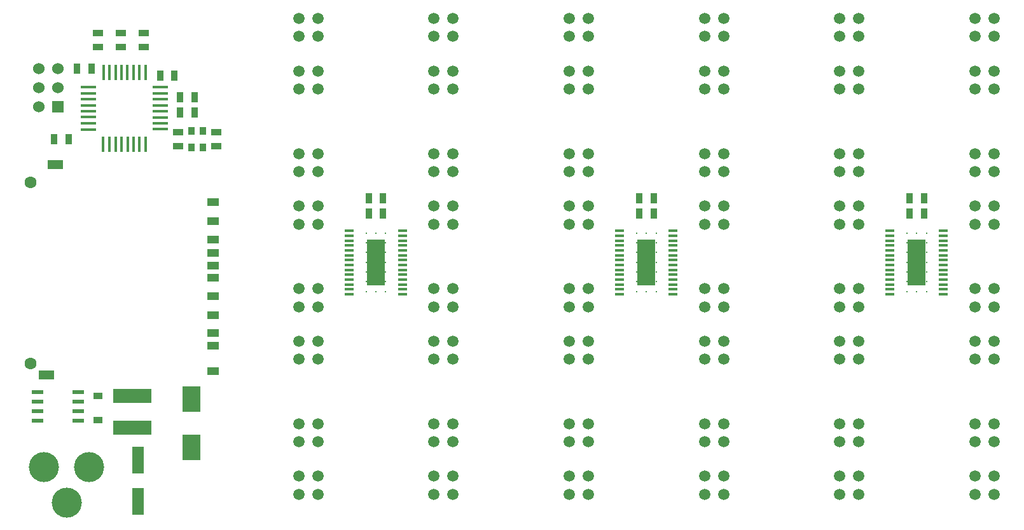
<source format=gbs>
G04 #@! TF.FileFunction,Soldermask,Bot*
%FSLAX46Y46*%
G04 Gerber Fmt 4.6, Leading zero omitted, Abs format (unit mm)*
G04 Created by KiCad (PCBNEW 4.0.1-stable) date 6/7/2017 10:05:46 PM*
%MOMM*%
G01*
G04 APERTURE LIST*
%ADD10C,0.150000*%
%ADD11C,1.520000*%
%ADD12R,0.889000X1.397000*%
%ADD13R,1.524000X1.524000*%
%ADD14C,1.524000*%
%ADD15R,1.397000X0.889000*%
%ADD16R,1.270000X0.406400*%
%ADD17R,2.400000X6.170000*%
%ADD18C,0.300000*%
%ADD19R,1.998980X0.449580*%
%ADD20R,0.449580X1.998980*%
%ADD21R,0.900000X1.000000*%
%ADD22R,1.500000X1.000000*%
%ADD23R,2.000000X1.200000*%
%ADD24C,1.600000*%
%ADD25R,1.600200X3.599180*%
%ADD26R,2.400300X3.500120*%
%ADD27R,1.220000X0.910000*%
%ADD28R,1.550000X0.600000*%
%ADD29R,5.100000X1.900000*%
%ADD30C,4.000000*%
G04 APERTURE END LIST*
D10*
D11*
X174706000Y-138248000D03*
X177246000Y-138248000D03*
X174706000Y-135838000D03*
X177246000Y-135838000D03*
X138706000Y-77248000D03*
X141246000Y-77248000D03*
X138706000Y-74838000D03*
X141246000Y-74838000D03*
X102706000Y-84248000D03*
X105246000Y-84248000D03*
X102706000Y-81838000D03*
X105246000Y-81838000D03*
D12*
X112023500Y-100838000D03*
X113928500Y-100838000D03*
X113928500Y-98838000D03*
X112023500Y-98838000D03*
X148023500Y-100838000D03*
X149928500Y-100838000D03*
X149928500Y-98838000D03*
X148023500Y-98838000D03*
X184023500Y-100838000D03*
X185928500Y-100838000D03*
X185928500Y-98838000D03*
X184023500Y-98838000D03*
X88836500Y-87376000D03*
X86931500Y-87376000D03*
X70167500Y-90932000D03*
X72072500Y-90932000D03*
D13*
X70612000Y-86614000D03*
D14*
X68072000Y-86614000D03*
X70612000Y-84074000D03*
X68072000Y-84074000D03*
X70612000Y-81534000D03*
X68072000Y-81534000D03*
D12*
X75120500Y-81534000D03*
X73215500Y-81534000D03*
X86128500Y-82438000D03*
X84223500Y-82438000D03*
D15*
X82042000Y-78676500D03*
X82042000Y-76771500D03*
X78994000Y-78676500D03*
X78994000Y-76771500D03*
X75946000Y-78676500D03*
X75946000Y-76771500D03*
D16*
X116532000Y-103147000D03*
X116532000Y-103782000D03*
X116532000Y-104442400D03*
X116532000Y-105102800D03*
X116532000Y-105737800D03*
X116532000Y-106398200D03*
X116532000Y-107058600D03*
X116532000Y-107693600D03*
X116532000Y-108354000D03*
X116532000Y-108989000D03*
X116532000Y-109649400D03*
X116532000Y-110309800D03*
X116532000Y-110944800D03*
X116532000Y-111605200D03*
X109420000Y-111605200D03*
X109420000Y-110944800D03*
X109420000Y-110335200D03*
X109420000Y-109649400D03*
X109420000Y-108989000D03*
X109420000Y-108354000D03*
X109420000Y-107693600D03*
X109420000Y-107058600D03*
X109420000Y-106398200D03*
X109420000Y-105737800D03*
X109420000Y-105102800D03*
X109420000Y-104442400D03*
X109420000Y-103782000D03*
X109420000Y-103147000D03*
D17*
X112976000Y-107338000D03*
D18*
X112976000Y-103438000D03*
X111676000Y-103438000D03*
X111676000Y-104738000D03*
X111676000Y-106038000D03*
X111676000Y-107338000D03*
X111676000Y-108638000D03*
X111676000Y-109938000D03*
X111676000Y-111238000D03*
X112976000Y-111238000D03*
X112976000Y-109938000D03*
X112976000Y-108638000D03*
X112976000Y-107338000D03*
X112976000Y-106038000D03*
X112976000Y-104738000D03*
X114276000Y-103438000D03*
X114276000Y-104738000D03*
X114276000Y-106038000D03*
X114276000Y-107338000D03*
X114276000Y-108638000D03*
X114276000Y-109938000D03*
X114276000Y-111238000D03*
D16*
X152532000Y-103147000D03*
X152532000Y-103782000D03*
X152532000Y-104442400D03*
X152532000Y-105102800D03*
X152532000Y-105737800D03*
X152532000Y-106398200D03*
X152532000Y-107058600D03*
X152532000Y-107693600D03*
X152532000Y-108354000D03*
X152532000Y-108989000D03*
X152532000Y-109649400D03*
X152532000Y-110309800D03*
X152532000Y-110944800D03*
X152532000Y-111605200D03*
X145420000Y-111605200D03*
X145420000Y-110944800D03*
X145420000Y-110335200D03*
X145420000Y-109649400D03*
X145420000Y-108989000D03*
X145420000Y-108354000D03*
X145420000Y-107693600D03*
X145420000Y-107058600D03*
X145420000Y-106398200D03*
X145420000Y-105737800D03*
X145420000Y-105102800D03*
X145420000Y-104442400D03*
X145420000Y-103782000D03*
X145420000Y-103147000D03*
D17*
X148976000Y-107338000D03*
D18*
X148976000Y-103438000D03*
X147676000Y-103438000D03*
X147676000Y-104738000D03*
X147676000Y-106038000D03*
X147676000Y-107338000D03*
X147676000Y-108638000D03*
X147676000Y-109938000D03*
X147676000Y-111238000D03*
X148976000Y-111238000D03*
X148976000Y-109938000D03*
X148976000Y-108638000D03*
X148976000Y-107338000D03*
X148976000Y-106038000D03*
X148976000Y-104738000D03*
X150276000Y-103438000D03*
X150276000Y-104738000D03*
X150276000Y-106038000D03*
X150276000Y-107338000D03*
X150276000Y-108638000D03*
X150276000Y-109938000D03*
X150276000Y-111238000D03*
D16*
X188532000Y-103147000D03*
X188532000Y-103782000D03*
X188532000Y-104442400D03*
X188532000Y-105102800D03*
X188532000Y-105737800D03*
X188532000Y-106398200D03*
X188532000Y-107058600D03*
X188532000Y-107693600D03*
X188532000Y-108354000D03*
X188532000Y-108989000D03*
X188532000Y-109649400D03*
X188532000Y-110309800D03*
X188532000Y-110944800D03*
X188532000Y-111605200D03*
X181420000Y-111605200D03*
X181420000Y-110944800D03*
X181420000Y-110335200D03*
X181420000Y-109649400D03*
X181420000Y-108989000D03*
X181420000Y-108354000D03*
X181420000Y-107693600D03*
X181420000Y-107058600D03*
X181420000Y-106398200D03*
X181420000Y-105737800D03*
X181420000Y-105102800D03*
X181420000Y-104442400D03*
X181420000Y-103782000D03*
X181420000Y-103147000D03*
D17*
X184976000Y-107338000D03*
D18*
X184976000Y-103438000D03*
X183676000Y-103438000D03*
X183676000Y-104738000D03*
X183676000Y-106038000D03*
X183676000Y-107338000D03*
X183676000Y-108638000D03*
X183676000Y-109938000D03*
X183676000Y-111238000D03*
X184976000Y-111238000D03*
X184976000Y-109938000D03*
X184976000Y-108638000D03*
X184976000Y-107338000D03*
X184976000Y-106038000D03*
X184976000Y-104738000D03*
X186276000Y-103438000D03*
X186276000Y-104738000D03*
X186276000Y-106038000D03*
X186276000Y-107338000D03*
X186276000Y-108638000D03*
X186276000Y-109938000D03*
X186276000Y-111238000D03*
D11*
X102706000Y-77248000D03*
X105246000Y-77248000D03*
X102706000Y-74838000D03*
X105246000Y-74838000D03*
X138706000Y-95248000D03*
X141246000Y-95248000D03*
X138706000Y-92838000D03*
X141246000Y-92838000D03*
X138706000Y-84248000D03*
X141246000Y-84248000D03*
X138706000Y-81838000D03*
X141246000Y-81838000D03*
X102706000Y-138248000D03*
X105246000Y-138248000D03*
X102706000Y-135838000D03*
X105246000Y-135838000D03*
X102706000Y-131248000D03*
X105246000Y-131248000D03*
X102706000Y-128838000D03*
X105246000Y-128838000D03*
X102706000Y-120248000D03*
X105246000Y-120248000D03*
X102706000Y-117838000D03*
X105246000Y-117838000D03*
X102706000Y-113248000D03*
X105246000Y-113248000D03*
X102706000Y-110838000D03*
X105246000Y-110838000D03*
X102706000Y-102248000D03*
X105246000Y-102248000D03*
X102706000Y-99838000D03*
X105246000Y-99838000D03*
X102706000Y-95248000D03*
X105246000Y-95248000D03*
X102706000Y-92838000D03*
X105246000Y-92838000D03*
X174706000Y-77248000D03*
X177246000Y-77248000D03*
X174706000Y-74838000D03*
X177246000Y-74838000D03*
X138706000Y-102248000D03*
X141246000Y-102248000D03*
X138706000Y-99838000D03*
X141246000Y-99838000D03*
X138706000Y-113248000D03*
X141246000Y-113248000D03*
X138706000Y-110838000D03*
X141246000Y-110838000D03*
X138706000Y-120248000D03*
X141246000Y-120248000D03*
X138706000Y-117838000D03*
X141246000Y-117838000D03*
X138706000Y-131248000D03*
X141246000Y-131248000D03*
X138706000Y-128838000D03*
X141246000Y-128838000D03*
X138706000Y-138248000D03*
X141246000Y-138248000D03*
X138706000Y-135838000D03*
X141246000Y-135838000D03*
X174706000Y-84248000D03*
X177246000Y-84248000D03*
X174706000Y-81838000D03*
X177246000Y-81838000D03*
X174706000Y-95248000D03*
X177246000Y-95248000D03*
X174706000Y-92838000D03*
X177246000Y-92838000D03*
X174706000Y-102248000D03*
X177246000Y-102248000D03*
X174706000Y-99838000D03*
X177246000Y-99838000D03*
X174706000Y-113248000D03*
X177246000Y-113248000D03*
X174706000Y-110838000D03*
X177246000Y-110838000D03*
X174706000Y-120248000D03*
X177246000Y-120248000D03*
X174706000Y-117838000D03*
X177246000Y-117838000D03*
X174706000Y-131248000D03*
X177246000Y-131248000D03*
X174706000Y-128838000D03*
X177246000Y-128838000D03*
X156706000Y-102248000D03*
X159246000Y-102248000D03*
X156706000Y-99838000D03*
X159246000Y-99838000D03*
X120706000Y-77248000D03*
X123246000Y-77248000D03*
X120706000Y-74838000D03*
X123246000Y-74838000D03*
X120706000Y-84248000D03*
X123246000Y-84248000D03*
X120706000Y-81838000D03*
X123246000Y-81838000D03*
X120706000Y-95248000D03*
X123246000Y-95248000D03*
X120706000Y-92838000D03*
X123246000Y-92838000D03*
X120706000Y-102248000D03*
X123246000Y-102248000D03*
X120706000Y-99838000D03*
X123246000Y-99838000D03*
X120706000Y-113248000D03*
X123246000Y-113248000D03*
X120706000Y-110838000D03*
X123246000Y-110838000D03*
X120706000Y-120248000D03*
X123246000Y-120248000D03*
X120706000Y-117838000D03*
X123246000Y-117838000D03*
X120706000Y-131248000D03*
X123246000Y-131248000D03*
X120706000Y-128838000D03*
X123246000Y-128838000D03*
X120706000Y-138248000D03*
X123246000Y-138248000D03*
X120706000Y-135838000D03*
X123246000Y-135838000D03*
X156706000Y-77248000D03*
X159246000Y-77248000D03*
X156706000Y-74838000D03*
X159246000Y-74838000D03*
X156706000Y-84248000D03*
X159246000Y-84248000D03*
X156706000Y-81838000D03*
X159246000Y-81838000D03*
X156706000Y-95248000D03*
X159246000Y-95248000D03*
X156706000Y-92838000D03*
X159246000Y-92838000D03*
X192706000Y-138248000D03*
X195246000Y-138248000D03*
X192706000Y-135838000D03*
X195246000Y-135838000D03*
X156706000Y-113248000D03*
X159246000Y-113248000D03*
X156706000Y-110838000D03*
X159246000Y-110838000D03*
X156706000Y-120248000D03*
X159246000Y-120248000D03*
X156706000Y-117838000D03*
X159246000Y-117838000D03*
X156706000Y-131248000D03*
X159246000Y-131248000D03*
X156706000Y-128838000D03*
X159246000Y-128838000D03*
X156706000Y-138248000D03*
X159246000Y-138248000D03*
X156706000Y-135838000D03*
X159246000Y-135838000D03*
X192706000Y-77248000D03*
X195246000Y-77248000D03*
X192706000Y-74838000D03*
X195246000Y-74838000D03*
X192706000Y-84248000D03*
X195246000Y-84248000D03*
X192706000Y-81838000D03*
X195246000Y-81838000D03*
X192706000Y-95248000D03*
X195246000Y-95248000D03*
X192706000Y-92838000D03*
X195246000Y-92838000D03*
X192706000Y-102248000D03*
X195246000Y-102248000D03*
X192706000Y-99838000D03*
X195246000Y-99838000D03*
X192706000Y-113248000D03*
X195246000Y-113248000D03*
X192706000Y-110838000D03*
X195246000Y-110838000D03*
X192706000Y-120248000D03*
X195246000Y-120248000D03*
X192706000Y-117838000D03*
X195246000Y-117838000D03*
X192706000Y-131248000D03*
X195246000Y-131248000D03*
X192706000Y-128838000D03*
X195246000Y-128838000D03*
D19*
X84291840Y-89614220D03*
X84291840Y-88814120D03*
X84291840Y-88014020D03*
X84291840Y-87213920D03*
X84291840Y-86413820D03*
X84291840Y-85613720D03*
X84291840Y-84813620D03*
X84291840Y-84013520D03*
X74726200Y-84018600D03*
X74726200Y-89632000D03*
X74726200Y-88819200D03*
X74726200Y-88006400D03*
X74726200Y-87219000D03*
X74726200Y-86406200D03*
X74726200Y-85618800D03*
X74726200Y-84806000D03*
D20*
X82300480Y-82012000D03*
X81502920Y-82012000D03*
X80700280Y-82012000D03*
X79902720Y-82012000D03*
X79100080Y-82012000D03*
X78302520Y-82012000D03*
X77499880Y-82012000D03*
X76702320Y-82012000D03*
X82295400Y-91613200D03*
X81508000Y-91613200D03*
X80695200Y-91613200D03*
X79907800Y-91613200D03*
X79120400Y-91613200D03*
X78307600Y-91613200D03*
X77494800Y-91613200D03*
X76682000Y-91613200D03*
D15*
X91694000Y-91884500D03*
X91694000Y-89979500D03*
X86614000Y-89979500D03*
X86614000Y-91884500D03*
D21*
X89929000Y-92007000D03*
X89929000Y-89857000D03*
X88379000Y-92007000D03*
X88379000Y-89857000D03*
D22*
X91286000Y-101850000D03*
X91286000Y-104350000D03*
X91286000Y-107750000D03*
X91286000Y-109400000D03*
X91286000Y-111850000D03*
X91286000Y-114350000D03*
X91286000Y-116780000D03*
X91286000Y-118480000D03*
X91286000Y-99350000D03*
X91286000Y-121830000D03*
D23*
X69076000Y-122350000D03*
X70276000Y-94350000D03*
D22*
X91286000Y-106050000D03*
D24*
X66976000Y-96650000D03*
X66976000Y-120800000D03*
D12*
X88836500Y-85344000D03*
X86931500Y-85344000D03*
D25*
X81280000Y-133647180D03*
X81280000Y-139148820D03*
D26*
X88392000Y-132029200D03*
X88392000Y-125526800D03*
D27*
X75946000Y-125111000D03*
X75946000Y-128381000D03*
D28*
X73312000Y-124587000D03*
X73312000Y-125857000D03*
X73312000Y-127127000D03*
X73312000Y-128397000D03*
X67912000Y-128397000D03*
X67912000Y-127127000D03*
X67912000Y-125857000D03*
X67912000Y-124587000D03*
D29*
X80518000Y-125154000D03*
X80518000Y-129354000D03*
D30*
X74780140Y-134620000D03*
X68780660Y-134620000D03*
X71780400Y-139319000D03*
M02*

</source>
